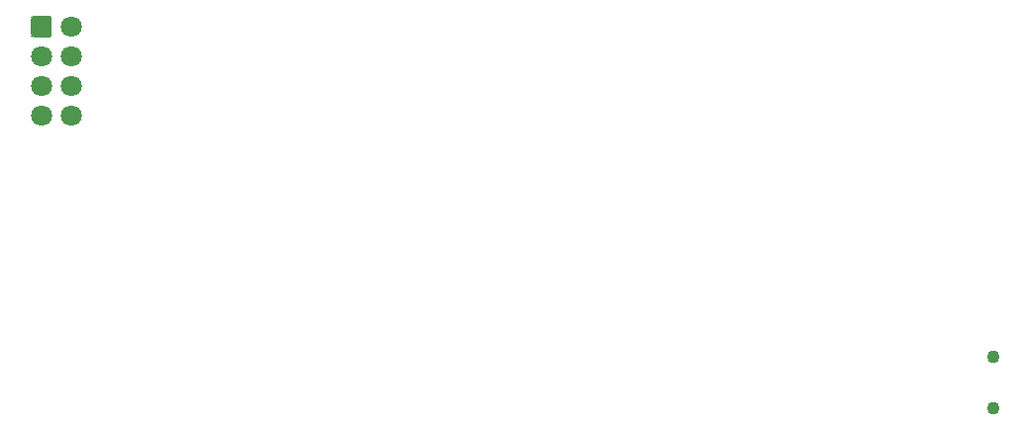
<source format=gbs>
G04 #@! TF.GenerationSoftware,KiCad,Pcbnew,5.1.8*
G04 #@! TF.CreationDate,2020-11-30T22:47:42+01:00*
G04 #@! TF.ProjectId,ml_dev_board,6d6c5f64-6576-45f6-926f-6172642e6b69,rev?*
G04 #@! TF.SameCoordinates,Original*
G04 #@! TF.FileFunction,Soldermask,Bot*
G04 #@! TF.FilePolarity,Negative*
%FSLAX46Y46*%
G04 Gerber Fmt 4.6, Leading zero omitted, Abs format (unit mm)*
G04 Created by KiCad (PCBNEW 5.1.8) date 2020-11-30 22:47:42*
%MOMM*%
%LPD*%
G01*
G04 APERTURE LIST*
%ADD10C,1.102000*%
%ADD11C,1.802000*%
%ADD12C,0.100000*%
G04 APERTURE END LIST*
D10*
X181800000Y-111800000D03*
X181800000Y-107400000D03*
G36*
G01*
X99549000Y-79736000D02*
X99549000Y-78464000D01*
G75*
G02*
X99814000Y-78199000I265000J0D01*
G01*
X101086000Y-78199000D01*
G75*
G02*
X101351000Y-78464000I0J-265000D01*
G01*
X101351000Y-79736000D01*
G75*
G02*
X101086000Y-80001000I-265000J0D01*
G01*
X99814000Y-80001000D01*
G75*
G02*
X99549000Y-79736000I0J265000D01*
G01*
G37*
D11*
X100450000Y-81640000D03*
X100450000Y-84180000D03*
X100450000Y-86720000D03*
X102990000Y-79100000D03*
X102990000Y-81640000D03*
X102990000Y-84180000D03*
X102990000Y-86720000D03*
D12*
G36*
X99550990Y-79735804D02*
G01*
X99556062Y-79787304D01*
X99571029Y-79836642D01*
X99595332Y-79882110D01*
X99628038Y-79921962D01*
X99667890Y-79954668D01*
X99713358Y-79978971D01*
X99762696Y-79993938D01*
X99814196Y-79999010D01*
X99815822Y-80000175D01*
X99815626Y-80002165D01*
X99814000Y-80003000D01*
X99731903Y-80003000D01*
X99731707Y-80002990D01*
X99691204Y-79999001D01*
X99690819Y-79998925D01*
X99657767Y-79988899D01*
X99657405Y-79988749D01*
X99626954Y-79972472D01*
X99626628Y-79972254D01*
X99599932Y-79950345D01*
X99599655Y-79950068D01*
X99577746Y-79923372D01*
X99577528Y-79923046D01*
X99561251Y-79892595D01*
X99561101Y-79892233D01*
X99551075Y-79859181D01*
X99550999Y-79858796D01*
X99547010Y-79818293D01*
X99547000Y-79818097D01*
X99547000Y-79736000D01*
X99548000Y-79734268D01*
X99550000Y-79734268D01*
X99550990Y-79735804D01*
G37*
G36*
X101352165Y-79734374D02*
G01*
X101353000Y-79736000D01*
X101353000Y-79818097D01*
X101352990Y-79818293D01*
X101349001Y-79858796D01*
X101348925Y-79859181D01*
X101338899Y-79892233D01*
X101338749Y-79892595D01*
X101322472Y-79923046D01*
X101322254Y-79923372D01*
X101300345Y-79950068D01*
X101300068Y-79950345D01*
X101273372Y-79972254D01*
X101273046Y-79972472D01*
X101242595Y-79988749D01*
X101242233Y-79988899D01*
X101209181Y-79998925D01*
X101208796Y-79999001D01*
X101168293Y-80002990D01*
X101168097Y-80003000D01*
X101086000Y-80003000D01*
X101084268Y-80002000D01*
X101084268Y-80000000D01*
X101085804Y-79999010D01*
X101137304Y-79993938D01*
X101186642Y-79978971D01*
X101232110Y-79954668D01*
X101271962Y-79921962D01*
X101304668Y-79882110D01*
X101328971Y-79836642D01*
X101343938Y-79787304D01*
X101349010Y-79735804D01*
X101350175Y-79734178D01*
X101352165Y-79734374D01*
G37*
G36*
X99815732Y-78198000D02*
G01*
X99815732Y-78200000D01*
X99814196Y-78200990D01*
X99762696Y-78206062D01*
X99713358Y-78221029D01*
X99667890Y-78245332D01*
X99628038Y-78278038D01*
X99595332Y-78317890D01*
X99571029Y-78363358D01*
X99556062Y-78412696D01*
X99550990Y-78464196D01*
X99549825Y-78465822D01*
X99547835Y-78465626D01*
X99547000Y-78464000D01*
X99547000Y-78381903D01*
X99547010Y-78381707D01*
X99550999Y-78341204D01*
X99551075Y-78340819D01*
X99561101Y-78307767D01*
X99561251Y-78307405D01*
X99577528Y-78276954D01*
X99577746Y-78276628D01*
X99599655Y-78249932D01*
X99599932Y-78249655D01*
X99626628Y-78227746D01*
X99626954Y-78227528D01*
X99657405Y-78211251D01*
X99657767Y-78211101D01*
X99690819Y-78201075D01*
X99691204Y-78200999D01*
X99731707Y-78197010D01*
X99731903Y-78197000D01*
X99814000Y-78197000D01*
X99815732Y-78198000D01*
G37*
G36*
X101168293Y-78197010D02*
G01*
X101208796Y-78200999D01*
X101209181Y-78201075D01*
X101242233Y-78211101D01*
X101242595Y-78211251D01*
X101273046Y-78227528D01*
X101273372Y-78227746D01*
X101300068Y-78249655D01*
X101300345Y-78249932D01*
X101322254Y-78276628D01*
X101322472Y-78276954D01*
X101338749Y-78307405D01*
X101338899Y-78307767D01*
X101348925Y-78340819D01*
X101349001Y-78341204D01*
X101352990Y-78381707D01*
X101353000Y-78381903D01*
X101353000Y-78464000D01*
X101352000Y-78465732D01*
X101350000Y-78465732D01*
X101349010Y-78464196D01*
X101343938Y-78412696D01*
X101328971Y-78363358D01*
X101304668Y-78317890D01*
X101271962Y-78278038D01*
X101232110Y-78245332D01*
X101186642Y-78221029D01*
X101137304Y-78206062D01*
X101085804Y-78200990D01*
X101084178Y-78199825D01*
X101084374Y-78197835D01*
X101086000Y-78197000D01*
X101168097Y-78197000D01*
X101168293Y-78197010D01*
G37*
M02*

</source>
